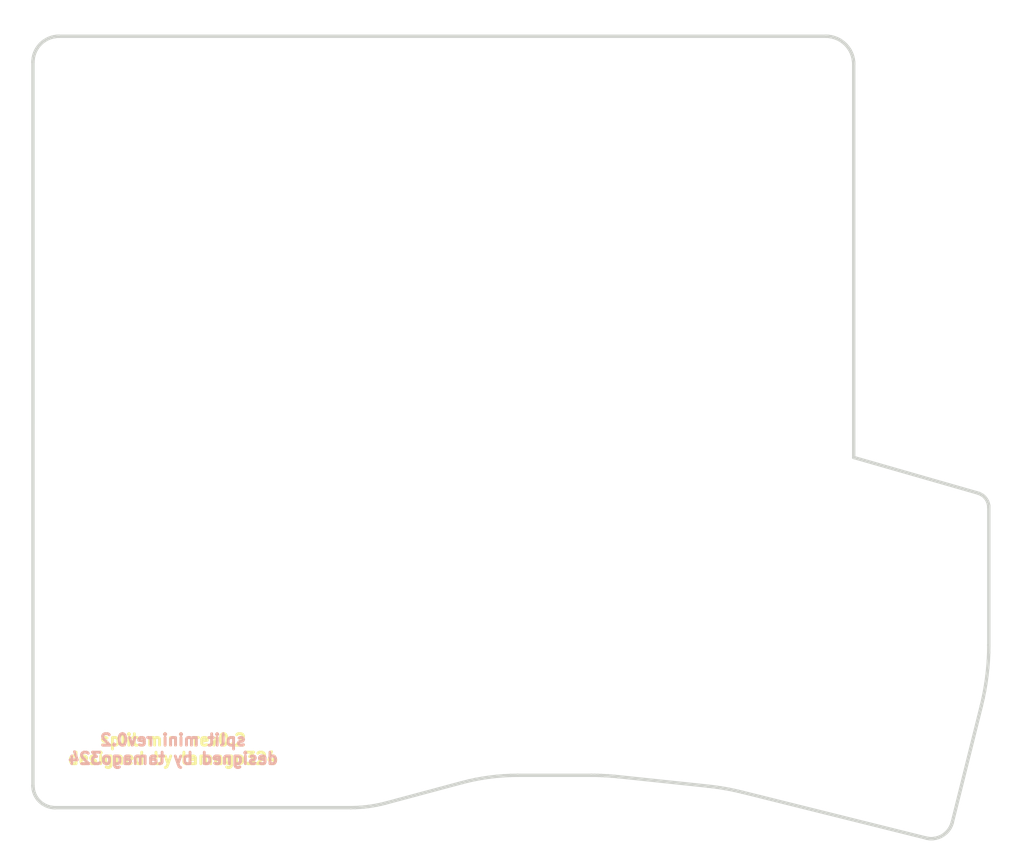
<source format=kicad_pcb>
(kicad_pcb (version 20211014) (generator pcbnew)
  (layers (0 "F.Cu" signal) (31 "B.Cu" signal) (34 "B.Paste" user) (35 "F.Paste" user) (36 "B.SilkS" user "B.Silkscreen") (37 "F.SilkS" user "F.Silkscreen") (38 "B.Mask" user) (39 "F.Mask" user) (44 "Edge.Cuts" user))
  (net 0 "")
  (net 1 "GND")
  (footprint "split-mini:spacer_m2_2.2mm" (layer "F.Cu") (at 52.02 80.95)
    (fp_text reference "HOLE3" hide)
    (fp_text value "Val**" hide)
    (pad "" np_thru_hole circle locked (at 0 0) (size 2.2 2.2) (drill 2.2) (layers F&B.Cu *.Mask))
  )
  (footprint "split-mini:spacer_m2_2.2mm" (layer "F.Cu") (at 112.8 84.69)
    (fp_text reference "HOLE5" hide)
    (fp_text value "Val**" hide)
    (pad "" np_thru_hole circle locked (at 0 0) (size 2.2 2.2) (drill 2.2) (layers F&B.Cu *.Mask))
  )
  (footprint "split-mini:spacer_m2_2.2mm" (layer "F.Cu") (at 53.04 95.6)
    (fp_text reference "HOLE4" hide)
    (fp_text value "Val*" hide)
    (pad "" np_thru_hole circle locked (at 0 0) (size 2.2 2.2) (drill 2.2) (layers F&B.Cu *.Mask))
  )
  (footprint "split-mini:spacer_m2_2.2mm" (layer "F.Cu") (at 97.68 23.95)
    (fp_text reference "HOLE2" hide)
    (fp_text value "Val**" hide)
    (pad "" np_thru_hole circle locked (at 0 0) (size 2.2 2.2) (drill 2.2) (layers F&B.Cu *.Mask))
  )
  (footprint "split-mini:spacer_m2_2.2mm" (layer "F.Cu") (at 30.04 23.95)
    (fp_text reference "HOLE1" hide)
    (fp_text value "Val**" hide)
    (pad "" np_thru_hole circle locked (at 0 0) (size 2.2 2.2) (drill 2.2) (layers F&B.Cu *.Mask))
  )
  (gr_line (start 120.734058 85.32105) (end 120.746346 84.517181) (layer "Edge.Cuts") (width 0.349999))
  (gr_line (start 94.563467 99.77363) (end 95.006416 99.879974) (layer "Edge.Cuts") (width 0.349999))
  (gr_line (start 21.067121 99.747413) (end 21.097288 99.856121) (layer "Edge.Cuts") (width 0.349999))
  (gr_line (start 95.006416 99.879974) (end 95.006416 99.879974) (layer "Edge.Cuts") (width 0.349999))
  (gr_line (start 106.613959 23.464589) (end 106.588365 23.321274) (layer "Edge.Cuts") (width 0.349999))
  (gr_line (start 21.022792 99.525582) (end 21.042263 99.63717) (layer "Edge.Cuts") (width 0.349999))
  (gr_line (start 21.450528 100.558221) (end 21.520346 100.647842) (layer "Edge.Cuts") (width 0.349999))
  (gr_line (start 23.314208 21.02724) (end 23.182826 21.050152) (layer "Edge.Cuts") (width 0.349999))
  (gr_line (start 120.663178 69.673555) (end 120.617953 69.555976) (layer "Edge.Cuts") (width 0.349999))
  (gr_line (start 120.429619 69.232038) (end 120.350533 69.135311) (layer "Edge.Cuts") (width 0.349999))
  (gr_line (start 116.257734 104.147387) (end 116.337281 104.072331) (layer "Edge.Cuts") (width 0.349999))
  (gr_line (start 65.730083 98.890289) (end 65.730083 98.890289) (layer "Edge.Cuts") (width 0.349999))
  (gr_line (start 104.737877 21.174101) (end 104.602654 21.128344) (layer "Edge.Cuts") (width 0.349999))
  (gr_line (start 120.30606 89.309528) (end 120.440307 88.517806) (layer "Edge.Cuts") (width 0.349999))
  (gr_line (start 106.647491 64.950611) (end 106.647491 23.907794) (layer "Edge.Cuts") (width 0.349999))
  (gr_line (start 114.417834 104.707695) (end 114.531519 104.721167) (layer "Edge.Cuts") (width 0.349999))
  (gr_line (start 22.319756 101.272024) (end 22.422725 101.317646) (layer "Edge.Cuts") (width 0.349999))
  (gr_line (start 21.325017 100.370023) (end 21.385392 100.465551) (layer "Edge.Cuts") (width 0.349999))
  (gr_line (start 116.831755 103.339065) (end 116.873233 103.232363) (layer "Edge.Cuts") (width 0.349999))
  (gr_line (start 114.869318 104.727193) (end 114.980256 104.718084) (layer "Edge.Cuts") (width 0.349999))
  (gr_line (start 116.678483 103.640152) (end 116.734207 103.543064) (layer "Edge.Cuts") (width 0.349999))
  (gr_line (start 21.793434 21.793513) (end 21.700478 21.891184) (layer "Edge.Cuts") (width 0.349999))
  (gr_line (start 106.069327 22.16653) (end 105.982931 22.056589) (layer "Edge.Cuts") (width 0.349999))
  (gr_line (start 105.588428 21.662081) (end 105.478488 21.575683) (layer "Edge.Cuts") (width 0.349999))
  (gr_line (start 104.870037 21.226211) (end 104.737877 21.174101) (layer "Edge.Cuts") (width 0.349999))
  (gr_line (start 79.268402 98.118347) (end 79.619825 98.120645) (layer "Edge.Cuts") (width 0.349999))
  (gr_line (start 119.962618 68.817891) (end 119.849615 68.758387) (layer "Edge.Cuts") (width 0.349999))
  (gr_line (start 120.725055 69.920137) (end 120.699003 69.795107) (layer "Edge.Cuts") (width 0.349999))
  (gr_line (start 21.042263 99.63717) (end 21.067121 99.747413) (layer "Edge.Cuts") (width 0.349999))
  (gr_line (start 120.699003 69.795107) (end 120.663178 69.673555) (layer "Edge.Cuts") (width 0.349999))
  (gr_line (start 81.724553 98.230937) (end 82.074291 98.265381) (layer "Edge.Cuts") (width 0.349999))
  (gr_line (start 119.606995 68.666672) (end 106.647491 64.950611) (layer "Edge.Cuts") (width 0.349999))
  (gr_line (start 21.21886 100.171147) (end 21.26948 100.271825) (layer "Edge.Cuts") (width 0.349999))
  (gr_line (start 21.049932 23.18283) (end 21.027007 23.31421) (layer "Edge.Cuts") (width 0.349999))
  (gr_line (start 23.078052 101.482078) (end 23.191759 101.490535) (layer "Edge.Cuts") (width 0.349999))
  (gr_line (start 20.99749 99.184639) (end 21.000327 99.299127) (layer "Edge.Cuts") (width 0.349999))
  (gr_line (start 115.907617 104.406218) (end 115.99959 104.347927) (layer "Edge.Cuts") (width 0.349999))
  (gr_line (start 105.694026 21.753553) (end 105.588428 21.662081) (layer "Edge.Cuts") (width 0.349999))
  (gr_line (start 105.89146 21.95099) (end 105.795097 21.849917) (layer "Edge.Cuts") (width 0.349999))
  (gr_line (start 23.306244 101.49337) (end 54.168747 101.493347) (layer "Edge.Cuts") (width 0.349999))
  (gr_line (start 23.715622 20.997488) (end 23.715622 20.997488) (layer "Edge.Cuts") (width 0.349999))
  (gr_line (start 21.99283 21.61295) (end 21.891115 21.700567) (layer "Edge.Cuts") (width 0.349999))
  (gr_line (start 57.823814 101.011581) (end 57.823814 101.011581) (layer "Edge.Cuts") (width 0.349999))
  (gr_line (start 120.746346 84.517181) (end 120.746346 70.178646) (layer "Edge.Cuts") (width 0.349999))
  (gr_line (start 120.563702 69.442866) (end 120.5008 69.334721) (layer "Edge.Cuts") (width 0.349999))
  (gr_line (start 120.744992 70.113118) (end 120.740961 70.048149) (layer "Edge.Cuts") (width 0.349999))
  (gr_line (start 21.114721 22.925043) (end 21.079201 23.053033) (layer "Edge.Cuts") (width 0.349999))
  (gr_line (start 21.000556 23.580829) (end 20.997215 23.715622) (layer "Edge.Cuts") (width 0.349999))
  (gr_line (start 93.224898 99.501293) (end 93.672605 99.584271) (layer "Edge.Cuts") (width 0.349999))
  (gr_line (start 115.411094 104.628832) (end 115.51471 104.593834) (layer "Edge.Cuts") (width 0.349999))
  (gr_line (start 116.618357 103.733828) (end 116.678483 103.640152) (layer "Edge.Cuts") (width 0.349999))
  (gr_line (start 55.553294 101.425245) (end 56.012088 101.372398) (layer "Edge.Cuts") (width 0.349999))
  (gr_line (start 21.932681 101.040365) (end 22.025351 101.105499) (layer "Edge.Cuts") (width 0.349999))
  (gr_line (start 79.971141 98.127542) (end 80.322305 98.139037) (layer "Edge.Cuts") (width 0.349999))
  (gr_line (start 94.118828 99.675056) (end 94.563467 99.77363) (layer "Edge.Cuts") (width 0.349999))
  (gr_line (start 119.965073 90.880112) (end 120.147626 90.097149) (layer "Edge.Cuts") (width 0.349999))
  (gr_line (start 21.520346 100.647842) (end 21.594767 100.734227) (layer "Edge.Cuts") (width 0.349999))
  (gr_line (start 21.843058 100.970549) (end 21.932681 101.040365) (layer "Edge.Cuts") (width 0.349999))
  (gr_line (start 116.41329 103.993343) (end 116.485588 103.910527) (layer "Edge.Cuts") (width 0.349999))
  (gr_line (start 114.980256 104.718084) (end 115.090076 104.70359) (layer "Edge.Cuts") (width 0.349999))
  (gr_line (start 92.325451 99.35883) (end 92.775813 99.42614) (layer "Edge.Cuts") (width 0.349999))
  (gr_line (start 119.790967 68.731954) (end 119.730949 68.707815) (layer "Edge.Cuts") (width 0.349999))
  (gr_line (start 22.207471 21.45407) (end 22.098356 21.530754) (layer "Edge.Cuts") (width 0.349999))
  (gr_line (start 103.737228 20.997492) (end 23.715622 20.997488) (layer "Edge.Cuts") (width 0.349999))
  (gr_line (start 116.088715 104.285289) (end 116.174821 104.218407) (layer "Edge.Cuts") (width 0.349999))
  (gr_line (start 105.982931 22.056589) (end 105.89146 21.95099) (layer "Edge.Cuts") (width 0.349999))
  (gr_line (start 104.034787 21.012522) (end 103.886991 21.001281) (layer "Edge.Cuts") (width 0.349999))
  (gr_line (start 116.337281 104.072331) (end 116.41329 103.993343) (layer "Edge.Cuts") (width 0.349999))
  (gr_line (start 22.634779 101.393589) (end 22.743485 101.423753) (layer "Edge.Cuts") (width 0.349999))
  (gr_line (start 23.182826 21.050152) (end 23.053027 21.079407) (layer "Edge.Cuts") (width 0.349999))
  (gr_line (start 21.1564 22.799082) (end 21.114721 22.925043) (layer "Edge.Cuts") (width 0.349999))
  (gr_line (start 21.700478 21.891184) (end 21.61285 21.99289) (layer "Edge.Cuts") (width 0.349999))
  (gr_line (start 105.364387 21.494542) (end 105.246308 21.418842) (layer "Edge.Cuts") (width 0.349999))
  (gr_line (start 22.435573 21.317612) (end 22.31995 21.382992) (layer "Edge.Cuts") (width 0.349999))
  (gr_line (start 69.367896 98.227495) (end 70.105548 98.166918) (layer "Edge.Cuts") (width 0.349999))
  (gr_line (start 22.925033 21.114915) (end 22.799069 21.156581) (layer "Edge.Cuts") (width 0.349999))
  (gr_line (start 103.737228 20.997492) (end 103.737228 20.997492) (layer "Edge.Cuts") (width 0.349999))
  (gr_line (start 115.812969 104.460058) (end 115.907617 104.406218) (layer "Edge.Cuts") (width 0.349999))
  (gr_line (start 54.631255 101.485768) (end 55.092893 101.463051) (layer "Edge.Cuts") (width 0.349999))
  (gr_line (start 82.074291 98.265381) (end 91.42131 99.24781) (layer "Edge.Cuts") (width 0.349999))
  (gr_line (start 104.46455 21.089126) (end 104.32375 21.056627) (layer "Edge.Cuts") (width 0.349999))
  (gr_line (start 21.010518 23.44695) (end 21.000556 23.580829) (layer "Edge.Cuts") (width 0.349999))
  (gr_line (start 104.180434 21.031031) (end 104.034787 21.012522) (layer "Edge.Cuts") (width 0.349999))
  (gr_line (start 119.606995 68.666672) (end 119.606995 68.666672) (layer "Edge.Cuts") (width 0.349999))
  (gr_line (start 22.098356 21.530754) (end 21.99283 21.61295) (layer "Edge.Cuts") (width 0.349999))
  (gr_line (start 115.51471 104.593834) (end 115.616343 104.55397) (layer "Edge.Cuts") (width 0.349999))
  (gr_line (start 21.453948 22.207514) (end 21.382859 22.319987) (layer "Edge.Cuts") (width 0.349999))
  (gr_line (start 106.418789 22.774986) (end 106.360509 22.646071) (layer "Edge.Cuts") (width 0.349999))
  (gr_line (start 106.470898 22.907146) (end 106.418789 22.774986) (layer "Edge.Cuts") (width 0.349999))
  (gr_line (start 80.322305 98.139037) (end 80.673272 98.155126) (layer "Edge.Cuts") (width 0.349999))
  (gr_line (start 21.673714 100.817184) (end 21.673714 100.817184) (layer "Edge.Cuts") (width 0.349999))
  (gr_line (start 106.643705 23.758032) (end 106.632466 23.610236) (layer "Edge.Cuts") (width 0.349999))
  (gr_line (start 55.092893 101.463051) (end 55.553294 101.425245) (layer "Edge.Cuts") (width 0.349999))
  (gr_line (start 80.673272 98.155126) (end 81.023999 98.175807) (layer "Edge.Cuts") (width 0.349999))
  (gr_line (start 105.246308 21.418842) (end 105.124435 21.348765) (layer "Edge.Cuts") (width 0.349999))
  (gr_line (start 106.647491 64.950611) (end 106.647491 64.950611) (layer "Edge.Cuts") (width 0.349999))
  (gr_line (start 57.823814 101.011581) (end 65.730083 98.890289) (layer "Edge.Cuts") (width 0.349999))
  (gr_line (start 56.468906 101.30456) (end 56.923379 101.221779) (layer "Edge.Cuts") (width 0.349999))
  (gr_line (start 79.268402 98.118347) (end 79.268402 98.118347) (layer "Edge.Cuts") (width 0.349999))
  (gr_line (start 106.29624 22.520586) (end 106.226164 22.398712) (layer "Edge.Cuts") (width 0.349999))
  (gr_line (start 70.105548 98.166918) (end 70.845185 98.130517) (layer "Edge.Cuts") (width 0.349999))
  (gr_line (start 116.940735 103.010071) (end 116.940735 103.010071) (layer "Edge.Cuts") (width 0.349999))
  (gr_line (start 54.168747 101.493347) (end 54.168747 101.493347) (layer "Edge.Cuts") (width 0.349999))
  (gr_line (start 119.730949 68.707815) (end 119.66961 68.686034) (layer "Edge.Cuts") (width 0.349999))
  (gr_line (start 106.647491 23.907794) (end 106.643705 23.758032) (layer "Edge.Cuts") (width 0.349999))
  (gr_line (start 21.204145 22.675373) (end 21.1564 22.799082) (layer "Edge.Cuts") (width 0.349999))
  (gr_line (start 116.554001 103.823988) (end 116.618357 103.733828) (layer "Edge.Cuts") (width 0.349999))
  (gr_line (start 56.012088 101.372398) (end 56.468906 101.30456) (layer "Edge.Cuts") (width 0.349999))
  (gr_line (start 57.375138 101.124103) (end 57.823814 101.011581) (layer "Edge.Cuts") (width 0.349999))
  (gr_line (start 120.746346 70.178646) (end 120.744992 70.113118) (layer "Edge.Cuts") (width 0.349999))
  (gr_line (start 67.90091 98.420864) (end 68.63282 98.312169) (layer "Edge.Cuts") (width 0.349999))
  (gr_line (start 21.000327 99.299127) (end 21.008788 99.412838) (layer "Edge.Cuts") (width 0.349999))
  (gr_line (start 23.053027 21.079407) (end 22.925033 21.114915) (layer "Edge.Cuts") (width 0.349999))
  (gr_line (start 91.42131 99.24781) (end 91.873916 99.299381) (layer "Edge.Cuts") (width 0.349999))
  (gr_line (start 71.586216 98.11837) (end 71.586216 98.11837) (layer "Edge.Cuts") (width 0.349999))
  (gr_line (start 21.382859 22.319987) (end 21.317467 22.435603) (layer "Edge.Cuts") (width 0.349999))
  (gr_line (start 20.99749 99.184639) (end 20.99749 99.184639) (layer "Edge.Cuts") (width 0.349999))
  (gr_line (start 21.673714 100.817184) (end 21.756673 100.896129) (layer "Edge.Cuts") (width 0.349999))
  (gr_line (start 114.189873 104.662933) (end 114.189873 104.662933) (layer "Edge.Cuts") (width 0.349999))
  (gr_line (start 21.61285 21.99289) (end 21.530643 22.098408) (layer "Edge.Cuts") (width 0.349999))
  (gr_line (start 23.191759 101.490535) (end 23.306244 101.49337) (layer "Edge.Cuts") (width 0.349999))
  (gr_line (start 82.074291 98.265381) (end 82.074291 98.265381) (layer "Edge.Cuts") (width 0.349999))
  (gr_line (start 115.090076 104.70359) (end 115.198604 104.683814) (layer "Edge.Cuts") (width 0.349999))
  (gr_line (start 21.891115 21.700567) (end 21.793434 21.793513) (layer "Edge.Cuts") (width 0.349999))
  (gr_line (start 106.632466 23.610236) (end 106.613959 23.464589) (layer "Edge.Cuts") (width 0.349999))
  (gr_line (start 92.775813 99.42614) (end 93.224898 99.501293) (layer "Edge.Cuts") (width 0.349999))
  (gr_line (start 120.697243 86.123603) (end 120.734058 85.32105) (layer "Edge.Cuts") (width 0.349999))
  (gr_line (start 22.965311 101.468076) (end 23.078052 101.482078) (layer "Edge.Cuts") (width 0.349999))
  (gr_line (start 114.757434 104.730812) (end 114.869318 104.727193) (layer "Edge.Cuts") (width 0.349999))
  (gr_line (start 21.756673 100.896129) (end 21.843058 100.970549) (layer "Edge.Cuts") (width 0.349999))
  (gr_line (start 116.940735 103.010071) (end 119.965073 90.880112) (layer "Edge.Cuts") (width 0.349999))
  (gr_line (start 120.7343 69.983801) (end 120.725055 69.920137) (layer "Edge.Cuts") (width 0.349999))
  (gr_line (start 119.66961 68.686034) (end 119.606995 68.666672) (layer "Edge.Cuts") (width 0.349999))
  (gr_line (start 23.580829 21.000816) (end 23.44695 21.010763) (layer "Edge.Cuts") (width 0.349999))
  (gr_line (start 115.99959 104.347927) (end 116.088715 104.285289) (layer "Edge.Cuts") (width 0.349999))
  (gr_line (start 106.226164 22.398712) (end 106.150466 22.280632) (layer "Edge.Cuts") (width 0.349999))
  (gr_line (start 81.37444 98.201078) (end 81.724553 98.230937) (layer "Edge.Cuts") (width 0.349999))
  (gr_line (start 104.99895 21.284494) (end 104.870037 21.226211) (layer "Edge.Cuts") (width 0.349999))
  (gr_line (start 22.120879 101.165872) (end 22.219077 101.221407) (layer "Edge.Cuts") (width 0.349999))
  (gr_line (start 116.485588 103.910527) (end 116.554001 103.823988) (layer "Edge.Cuts") (width 0.349999))
  (gr_line (start 21.079201 23.053033) (end 21.049932 23.18283) (layer "Edge.Cuts") (width 0.349999))
  (gr_line (start 23.44695 21.010763) (end 23.314208 21.02724) (layer "Edge.Cuts") (width 0.349999))
  (gr_line (start 116.909617 103.122663) (end 116.940735 103.010071) (layer "Edge.Cuts") (width 0.349999))
  (gr_line (start 22.554116 21.258022) (end 22.435573 21.317612) (layer "Edge.Cuts") (width 0.349999))
  (gr_line (start 120.147626 90.097149) (end 120.30606 89.309528) (layer "Edge.Cuts") (width 0.349999))
  (gr_line (start 21.530643 22.098408) (end 21.453948 22.207514) (layer "Edge.Cuts") (width 0.349999))
  (gr_line (start 106.588365 23.321274) (end 106.555869 23.180473) (layer "Edge.Cuts") (width 0.349999))
  (gr_line (start 120.635967 86.924286) (end 120.697243 86.123603) (layer "Edge.Cuts") (width 0.349999))
  (gr_line (start 116.873233 103.232363) (end 116.909617 103.122663) (layer "Edge.Cuts") (width 0.349999))
  (gr_line (start 68.63282 98.312169) (end 69.367896 98.227495) (layer "Edge.Cuts") (width 0.349999))
  (gr_line (start 22.743485 101.423753) (end 22.853726 101.448609) (layer "Edge.Cuts") (width 0.349999))
  (gr_line (start 120.440307 88.517806) (end 120.550299 87.722539) (layer "Edge.Cuts") (width 0.349999))
  (gr_line (start 22.527796 101.358194) (end 22.634779 101.393589) (layer "Edge.Cuts") (width 0.349999))
  (gr_line (start 21.132686 99.963106) (end 21.173236 100.068177) (layer "Edge.Cuts") (width 0.349999))
  (gr_line (start 22.025351 101.105499) (end 22.120879 101.165872) (layer "Edge.Cuts") (width 0.349999))
  (gr_line (start 95.006416 99.879974) (end 114.189873 104.662933) (layer "Edge.Cuts") (width 0.349999))
  (gr_line (start 21.385392 100.465551) (end 21.450528 100.558221) (layer "Edge.Cuts") (width 0.349999))
  (gr_line (start 21.008788 99.412838) (end 21.022792 99.525582) (layer "Edge.Cuts") (width 0.349999))
  (gr_line (start 115.198604 104.683814) (end 115.305668 104.65886) (layer "Edge.Cuts") (width 0.349999))
  (gr_line (start 67.172756 98.553501) (end 67.90091 98.420864) (layer "Edge.Cuts") (width 0.349999))
  (gr_line (start 106.150466 22.280632) (end 106.069327 22.16653) (layer "Edge.Cuts") (width 0.349999))
  (gr_line (start 21.097288 99.856121) (end 21.132686 99.963106) (layer "Edge.Cuts") (width 0.349999))
  (gr_line (start 120.5008 69.334721) (end 120.429619 69.232038) (layer "Edge.Cuts") (width 0.349999))
  (gr_line (start 21.027007 23.31421) (end 21.010518 23.44695) (layer "Edge.Cuts") (width 0.349999))
  (gr_line (start 116.174821 104.218407) (end 116.257734 104.147387) (layer "Edge.Cuts") (width 0.349999))
  (gr_line (start 120.263917 69.045037) (end 120.170143 68.961712) (layer "Edge.Cuts") (width 0.349999))
  (gr_line (start 70.845185 98.130517) (end 71.586216 98.11837) (layer "Edge.Cuts") (width 0.349999))
  (gr_line (start 91.42131 99.24781) (end 91.42131 99.24781) (layer "Edge.Cuts") (width 0.349999))
  (gr_line (start 22.675355 21.204314) (end 22.554116 21.258022) (layer "Edge.Cuts") (width 0.349999))
  (gr_line (start 21.257865 22.554139) (end 21.204145 22.675373) (layer "Edge.Cuts") (width 0.349999))
  (gr_line (start 22.422725 101.317646) (end 22.527796 101.358194) (layer "Edge.Cuts") (width 0.349999))
  (gr_line (start 114.644776 104.728838) (end 114.757434 104.730812) (layer "Edge.Cuts") (width 0.349999))
  (gr_line (start 116.734207 103.543064) (end 116.785355 103.442667) (layer "Edge.Cuts") (width 0.349999))
  (gr_line (start 120.350533 69.135311) (end 120.263917 69.045037) (layer "Edge.Cuts") (width 0.349999))
  (gr_line (start 120.550299 87.722539) (end 120.635967 86.924286) (layer "Edge.Cuts") (width 0.349999))
  (gr_line (start 21.594767 100.734227) (end 21.673714 100.817184) (layer "Edge.Cuts") (width 0.349999))
  (gr_line (start 106.360509 22.646071) (end 106.29624 22.520586) (layer "Edge.Cuts") (width 0.349999))
  (gr_line (start 79.619825 98.120645) (end 79.971141 98.127542) (layer "Edge.Cuts") (width 0.349999))
  (gr_line (start 115.715821 104.509343) (end 115.812969 104.460058) (layer "Edge.Cuts") (width 0.349999))
  (gr_line (start 120.746346 70.178646) (end 120.746346 70.178646) (layer "Edge.Cuts") (width 0.349999))
  (gr_line (start 20.997215 23.715622) (end 20.997215 23.715622) (layer "Edge.Cuts") (width 0.349999))
  (gr_line (start 104.32375 21.056627) (end 104.180434 21.031031) (layer "Edge.Cuts") (width 0.349999))
  (gr_line (start 71.586216 98.11837) (end 79.268402 98.118347) (layer "Edge.Cuts") (width 0.349999))
  (gr_line (start 105.795097 21.849917) (end 105.694026 21.753553) (layer "Edge.Cuts") (width 0.349999))
  (gr_line (start 119.849615 68.758387) (end 119.790967 68.731954) (layer "Edge.Cuts") (width 0.349999))
  (gr_line (start 54.168747 101.493347) (end 54.631255 101.485768) (layer "Edge.Cuts") (width 0.349999))
  (gr_line (start 116.785355 103.442667) (end 116.831755 103.339065) (layer "Edge.Cuts") (width 0.349999))
  (gr_line (start 120.170143 68.961712) (end 120.069586 68.885831) (layer "Edge.Cuts") (width 0.349999))
  (gr_line (start 66.448951 98.710002) (end 67.172756 98.553501) (layer "Edge.Cuts") (width 0.349999))
  (gr_line (start 104.602654 21.128344) (end 104.46455 21.089126) (layer "Edge.Cuts") (width 0.349999))
  (gr_line (start 114.189873 104.662933) (end 114.303894 104.688319) (layer "Edge.Cuts") (width 0.349999))
  (gr_line (start 22.799069 21.156581) (end 22.675355 21.204314) (layer "Edge.Cuts") (width 0.349999))
  (gr_line (start 120.746346 84.517181) (end 120.746346 84.517181) (layer "Edge.Cuts") (width 0.349999))
  (gr_line (start 120.617953 69.555976) (end 120.563702 69.442866) (layer "Edge.Cuts") (width 0.349999))
  (gr_line (start 114.303894 104.688319) (end 114.417834 104.707695) (layer "Edge.Cuts") (width 0.349999))
  (gr_line (start 106.555869 23.180473) (end 106.516652 23.042369) (layer "Edge.Cuts") (width 0.349999))
  (gr_line (start 65.730083 98.890289) (end 66.448951 98.710002) (layer "Edge.Cuts") (width 0.349999))
  (gr_line (start 81.023999 98.175807) (end 81.37444 98.201078) (layer "Edge.Cuts") (width 0.349999))
  (gr_line (start 21.173236 100.068177) (end 21.21886 100.171147) (layer "Edge.Cuts") (width 0.349999))
  (gr_line (start 115.616343 104.55397) (end 115.715821 104.509343) (layer "Edge.Cuts") (width 0.349999))
  (gr_line (start 106.516652 23.042369) (end 106.470898 22.907146) (layer "Edge.Cuts") (width 0.349999))
  (gr_line (start 23.715622 20.997488) (end 23.580829 21.000816) (layer "Edge.Cuts") (width 0.349999))
  (gr_line (start 120.740961 70.048149) (end 120.7343 69.983801) (layer "Edge.Cuts") (width 0.349999))
  (gr_line (start 22.219077 101.221407) (end 22.319756 101.272024) (layer "Edge.Cuts") (width 0.349999))
  (gr_line (start 56.923379 101.221779) (end 57.375138 101.124103) (layer "Edge.Cuts") (width 0.349999))
  (gr_line (start 103.886991 21.001281) (end 103.737228 20.997492) (layer "Edge.Cuts") (width 0.349999))
  (gr_line (start 22.853726 101.448609) (end 22.965311 101.468076) (layer "Edge.Cuts") (width 0.349999))
  (gr_line (start 105.478488 21.575683) (end 105.364387 21.494542) (layer "Edge.Cuts") (width 0.349999))
  (gr_line (start 119.965073 90.880112) (end 119.965073 90.880112) (layer "Edge.Cuts") (width 0.349999))
  (gr_line (start 105.124435 21.348765) (end 104.99895 21.284494) (layer "Edge.Cuts") (width 0.349999))
  (gr_line (start 21.793434 21.793513) (end 21.793434 21.793513) (layer "Edge.Cuts") (width 0.349999))
  (gr_line (start 93.672605 99.584271) (end 94.118828 99.675056) (layer "Edge.Cuts") (width 0.349999))
  (gr_line (start 21.317467 22.435603) (end 21.257865 22.554139) (layer "Edge.Cuts") (width 0.349999))
  (gr_line (start 20.997215 23.715622) (end 20.99749 99.184639) (layer "Edge.Cuts") (width 0.349999))
  (gr_line (start 23.306244 101.49337) (end 23.306244 101.49337) (layer "Edge.Cuts") (width 0.349999))
  (gr_line (start 22.31995 21.382992) (end 22.207471 21.45407) (layer "Edge.Cuts") (width 0.349999))
  (gr_line (start 91.873916 99.299381) (end 92.325451 99.35883) (layer "Edge.Cuts") (width 0.349999))
  (gr_line (start 120.069586 68.885831) (end 119.962618 68.817891) (layer "Edge.Cuts") (width 0.349999))
  (gr_line (start 21.26948 100.271825) (end 21.325017 100.370023) (layer "Edge.Cuts") (width 0.349999))
  (gr_line (start 115.305668 104.65886) (end 115.411094 104.628832) (layer "Edge.Cuts") (width 0.349999))
  (gr_line (start 114.531519 104.721167) (end 114.644776 104.728838) (layer "Edge.Cuts") (width 0.349999))
  (gr_text "split mini rev0.2\ndesigned by tamago324" (at 35.62 95.4) (layer "B.SilkS") (effects (font (size 1.2 1.2) (thickness 0.3)) (justify mirror)))
  (gr_text "split mini rev0.2\ndesigned by tamago324" (at 35.61 95.4) (layer "F.SilkS") (effects (font (size 1.2 1.2) (thickness 0.3))))
)
</source>
